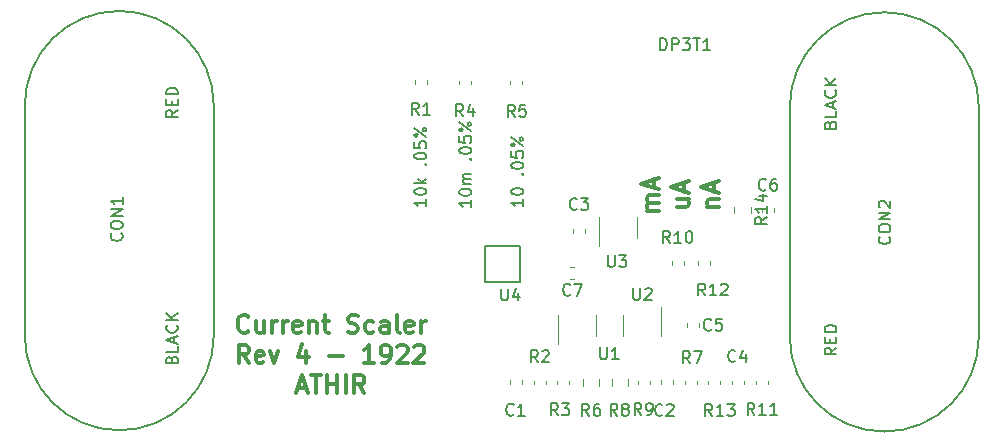
<source format=gto>
G04 #@! TF.GenerationSoftware,KiCad,Pcbnew,(5.1.0)-1*
G04 #@! TF.CreationDate,2019-05-30T16:04:32+02:00*
G04 #@! TF.ProjectId,currentscaler,63757272-656e-4747-9363-616c65722e6b,rev?*
G04 #@! TF.SameCoordinates,Original*
G04 #@! TF.FileFunction,Legend,Top*
G04 #@! TF.FilePolarity,Positive*
%FSLAX46Y46*%
G04 Gerber Fmt 4.6, Leading zero omitted, Abs format (unit mm)*
G04 Created by KiCad (PCBNEW (5.1.0)-1) date 2019-05-30 16:04:32*
%MOMM*%
%LPD*%
G04 APERTURE LIST*
%ADD10C,0.300000*%
%ADD11C,0.150000*%
%ADD12C,0.120000*%
G04 APERTURE END LIST*
D10*
X149128571Y-108285714D02*
X148128571Y-108285714D01*
X148271428Y-108285714D02*
X148200000Y-108214285D01*
X148128571Y-108071428D01*
X148128571Y-107857142D01*
X148200000Y-107714285D01*
X148342857Y-107642857D01*
X149128571Y-107642857D01*
X148342857Y-107642857D02*
X148200000Y-107571428D01*
X148128571Y-107428571D01*
X148128571Y-107214285D01*
X148200000Y-107071428D01*
X148342857Y-107000000D01*
X149128571Y-107000000D01*
X148700000Y-106357142D02*
X148700000Y-105642857D01*
X149128571Y-106500000D02*
X147628571Y-106000000D01*
X149128571Y-105500000D01*
X150678571Y-107321428D02*
X151678571Y-107321428D01*
X150678571Y-107964285D02*
X151464285Y-107964285D01*
X151607142Y-107892857D01*
X151678571Y-107750000D01*
X151678571Y-107535714D01*
X151607142Y-107392857D01*
X151535714Y-107321428D01*
X151250000Y-106678571D02*
X151250000Y-105964285D01*
X151678571Y-106821428D02*
X150178571Y-106321428D01*
X151678571Y-105821428D01*
X153228571Y-107964285D02*
X154228571Y-107964285D01*
X153371428Y-107964285D02*
X153300000Y-107892857D01*
X153228571Y-107750000D01*
X153228571Y-107535714D01*
X153300000Y-107392857D01*
X153442857Y-107321428D01*
X154228571Y-107321428D01*
X153800000Y-106678571D02*
X153800000Y-105964285D01*
X154228571Y-106821428D02*
X152728571Y-106321428D01*
X154228571Y-105821428D01*
X114400000Y-118485714D02*
X114328571Y-118557142D01*
X114114285Y-118628571D01*
X113971428Y-118628571D01*
X113757142Y-118557142D01*
X113614285Y-118414285D01*
X113542857Y-118271428D01*
X113471428Y-117985714D01*
X113471428Y-117771428D01*
X113542857Y-117485714D01*
X113614285Y-117342857D01*
X113757142Y-117200000D01*
X113971428Y-117128571D01*
X114114285Y-117128571D01*
X114328571Y-117200000D01*
X114400000Y-117271428D01*
X115685714Y-117628571D02*
X115685714Y-118628571D01*
X115042857Y-117628571D02*
X115042857Y-118414285D01*
X115114285Y-118557142D01*
X115257142Y-118628571D01*
X115471428Y-118628571D01*
X115614285Y-118557142D01*
X115685714Y-118485714D01*
X116400000Y-118628571D02*
X116400000Y-117628571D01*
X116400000Y-117914285D02*
X116471428Y-117771428D01*
X116542857Y-117700000D01*
X116685714Y-117628571D01*
X116828571Y-117628571D01*
X117328571Y-118628571D02*
X117328571Y-117628571D01*
X117328571Y-117914285D02*
X117400000Y-117771428D01*
X117471428Y-117700000D01*
X117614285Y-117628571D01*
X117757142Y-117628571D01*
X118828571Y-118557142D02*
X118685714Y-118628571D01*
X118400000Y-118628571D01*
X118257142Y-118557142D01*
X118185714Y-118414285D01*
X118185714Y-117842857D01*
X118257142Y-117700000D01*
X118400000Y-117628571D01*
X118685714Y-117628571D01*
X118828571Y-117700000D01*
X118900000Y-117842857D01*
X118900000Y-117985714D01*
X118185714Y-118128571D01*
X119542857Y-117628571D02*
X119542857Y-118628571D01*
X119542857Y-117771428D02*
X119614285Y-117700000D01*
X119757142Y-117628571D01*
X119971428Y-117628571D01*
X120114285Y-117700000D01*
X120185714Y-117842857D01*
X120185714Y-118628571D01*
X120685714Y-117628571D02*
X121257142Y-117628571D01*
X120900000Y-117128571D02*
X120900000Y-118414285D01*
X120971428Y-118557142D01*
X121114285Y-118628571D01*
X121257142Y-118628571D01*
X122828571Y-118557142D02*
X123042857Y-118628571D01*
X123400000Y-118628571D01*
X123542857Y-118557142D01*
X123614285Y-118485714D01*
X123685714Y-118342857D01*
X123685714Y-118200000D01*
X123614285Y-118057142D01*
X123542857Y-117985714D01*
X123400000Y-117914285D01*
X123114285Y-117842857D01*
X122971428Y-117771428D01*
X122900000Y-117700000D01*
X122828571Y-117557142D01*
X122828571Y-117414285D01*
X122900000Y-117271428D01*
X122971428Y-117200000D01*
X123114285Y-117128571D01*
X123471428Y-117128571D01*
X123685714Y-117200000D01*
X124971428Y-118557142D02*
X124828571Y-118628571D01*
X124542857Y-118628571D01*
X124400000Y-118557142D01*
X124328571Y-118485714D01*
X124257142Y-118342857D01*
X124257142Y-117914285D01*
X124328571Y-117771428D01*
X124400000Y-117700000D01*
X124542857Y-117628571D01*
X124828571Y-117628571D01*
X124971428Y-117700000D01*
X126257142Y-118628571D02*
X126257142Y-117842857D01*
X126185714Y-117700000D01*
X126042857Y-117628571D01*
X125757142Y-117628571D01*
X125614285Y-117700000D01*
X126257142Y-118557142D02*
X126114285Y-118628571D01*
X125757142Y-118628571D01*
X125614285Y-118557142D01*
X125542857Y-118414285D01*
X125542857Y-118271428D01*
X125614285Y-118128571D01*
X125757142Y-118057142D01*
X126114285Y-118057142D01*
X126257142Y-117985714D01*
X127185714Y-118628571D02*
X127042857Y-118557142D01*
X126971428Y-118414285D01*
X126971428Y-117128571D01*
X128328571Y-118557142D02*
X128185714Y-118628571D01*
X127900000Y-118628571D01*
X127757142Y-118557142D01*
X127685714Y-118414285D01*
X127685714Y-117842857D01*
X127757142Y-117700000D01*
X127900000Y-117628571D01*
X128185714Y-117628571D01*
X128328571Y-117700000D01*
X128400000Y-117842857D01*
X128400000Y-117985714D01*
X127685714Y-118128571D01*
X129042857Y-118628571D02*
X129042857Y-117628571D01*
X129042857Y-117914285D02*
X129114285Y-117771428D01*
X129185714Y-117700000D01*
X129328571Y-117628571D01*
X129471428Y-117628571D01*
X114435714Y-121178571D02*
X113935714Y-120464285D01*
X113578571Y-121178571D02*
X113578571Y-119678571D01*
X114150000Y-119678571D01*
X114292857Y-119750000D01*
X114364285Y-119821428D01*
X114435714Y-119964285D01*
X114435714Y-120178571D01*
X114364285Y-120321428D01*
X114292857Y-120392857D01*
X114150000Y-120464285D01*
X113578571Y-120464285D01*
X115650000Y-121107142D02*
X115507142Y-121178571D01*
X115221428Y-121178571D01*
X115078571Y-121107142D01*
X115007142Y-120964285D01*
X115007142Y-120392857D01*
X115078571Y-120250000D01*
X115221428Y-120178571D01*
X115507142Y-120178571D01*
X115650000Y-120250000D01*
X115721428Y-120392857D01*
X115721428Y-120535714D01*
X115007142Y-120678571D01*
X116221428Y-120178571D02*
X116578571Y-121178571D01*
X116935714Y-120178571D01*
X119292857Y-120178571D02*
X119292857Y-121178571D01*
X118935714Y-119607142D02*
X118578571Y-120678571D01*
X119507142Y-120678571D01*
X121221428Y-120607142D02*
X122364285Y-120607142D01*
X125007142Y-121178571D02*
X124150000Y-121178571D01*
X124578571Y-121178571D02*
X124578571Y-119678571D01*
X124435714Y-119892857D01*
X124292857Y-120035714D01*
X124150000Y-120107142D01*
X125721428Y-121178571D02*
X126007142Y-121178571D01*
X126150000Y-121107142D01*
X126221428Y-121035714D01*
X126364285Y-120821428D01*
X126435714Y-120535714D01*
X126435714Y-119964285D01*
X126364285Y-119821428D01*
X126292857Y-119750000D01*
X126150000Y-119678571D01*
X125864285Y-119678571D01*
X125721428Y-119750000D01*
X125650000Y-119821428D01*
X125578571Y-119964285D01*
X125578571Y-120321428D01*
X125650000Y-120464285D01*
X125721428Y-120535714D01*
X125864285Y-120607142D01*
X126150000Y-120607142D01*
X126292857Y-120535714D01*
X126364285Y-120464285D01*
X126435714Y-120321428D01*
X127007142Y-119821428D02*
X127078571Y-119750000D01*
X127221428Y-119678571D01*
X127578571Y-119678571D01*
X127721428Y-119750000D01*
X127792857Y-119821428D01*
X127864285Y-119964285D01*
X127864285Y-120107142D01*
X127792857Y-120321428D01*
X126935714Y-121178571D01*
X127864285Y-121178571D01*
X128435714Y-119821428D02*
X128507142Y-119750000D01*
X128650000Y-119678571D01*
X129007142Y-119678571D01*
X129150000Y-119750000D01*
X129221428Y-119821428D01*
X129292857Y-119964285D01*
X129292857Y-120107142D01*
X129221428Y-120321428D01*
X128364285Y-121178571D01*
X129292857Y-121178571D01*
X118578571Y-123300000D02*
X119292857Y-123300000D01*
X118435714Y-123728571D02*
X118935714Y-122228571D01*
X119435714Y-123728571D01*
X119721428Y-122228571D02*
X120578571Y-122228571D01*
X120150000Y-123728571D02*
X120150000Y-122228571D01*
X121078571Y-123728571D02*
X121078571Y-122228571D01*
X121078571Y-122942857D02*
X121935714Y-122942857D01*
X121935714Y-123728571D02*
X121935714Y-122228571D01*
X122650000Y-123728571D02*
X122650000Y-122228571D01*
X124221428Y-123728571D02*
X123721428Y-123014285D01*
X123364285Y-123728571D02*
X123364285Y-122228571D01*
X123935714Y-122228571D01*
X124078571Y-122300000D01*
X124150000Y-122371428D01*
X124221428Y-122514285D01*
X124221428Y-122728571D01*
X124150000Y-122871428D01*
X124078571Y-122942857D01*
X123935714Y-123014285D01*
X123364285Y-123014285D01*
D11*
X134404999Y-114330000D02*
X134394999Y-111320000D01*
X137404999Y-114330000D02*
X134404999Y-114330000D01*
X137404999Y-111320000D02*
X137404999Y-114330000D01*
X134394999Y-111320000D02*
X137404999Y-111320000D01*
D12*
X141975279Y-113090000D02*
X141649721Y-113090000D01*
X141975279Y-114110000D02*
X141649721Y-114110000D01*
X155490000Y-107953922D02*
X155490000Y-108471078D01*
X156910000Y-107953922D02*
X156910000Y-108471078D01*
X146560000Y-123108578D02*
X146560000Y-122591422D01*
X145140000Y-123108578D02*
X145140000Y-122591422D01*
X142690000Y-122591422D02*
X142690000Y-123108578D01*
X144110000Y-122591422D02*
X144110000Y-123108578D01*
D11*
X160230000Y-99500000D02*
X160230000Y-119000000D01*
X176230000Y-119000000D02*
X176230000Y-99500000D01*
X176230000Y-119000000D02*
G75*
G02X160230000Y-119000000I-8000000J0D01*
G01*
X160230000Y-99500000D02*
G75*
G02X176230000Y-99500000I8000000J0D01*
G01*
X111460000Y-118890000D02*
X111460000Y-99390000D01*
X95460000Y-99390000D02*
X95460000Y-118890000D01*
X95460000Y-99390000D02*
G75*
G02X111460000Y-99390000I8000000J0D01*
G01*
X111460000Y-118890000D02*
G75*
G02X95460000Y-118890000I-8000000J0D01*
G01*
D12*
X149340000Y-123000279D02*
X149340000Y-122674721D01*
X150360000Y-123000279D02*
X150360000Y-122674721D01*
X143860000Y-118900000D02*
X143860000Y-117100000D01*
X140640000Y-117100000D02*
X140640000Y-119550000D01*
X149360000Y-118900000D02*
X149360000Y-116450000D01*
X146140000Y-117100000D02*
X146140000Y-118900000D01*
X147260000Y-110650000D02*
X147260000Y-108850000D01*
X144040000Y-108850000D02*
X144040000Y-111300000D01*
X147340000Y-123012779D02*
X147340000Y-122687221D01*
X148360000Y-123012779D02*
X148360000Y-122687221D01*
X151260000Y-112587221D02*
X151260000Y-112912779D01*
X150240000Y-112587221D02*
X150240000Y-112912779D01*
X132240000Y-97287221D02*
X132240000Y-97612779D01*
X133260000Y-97287221D02*
X133260000Y-97612779D01*
X151340000Y-123012779D02*
X151340000Y-122687221D01*
X152360000Y-123012779D02*
X152360000Y-122687221D01*
X137560000Y-97287221D02*
X137560000Y-97612779D01*
X136540000Y-97287221D02*
X136540000Y-97612779D01*
X153340000Y-123012779D02*
X153340000Y-122687221D01*
X154360000Y-123012779D02*
X154360000Y-122687221D01*
X140490000Y-122687221D02*
X140490000Y-123012779D01*
X141510000Y-122687221D02*
X141510000Y-123012779D01*
X138540000Y-122687221D02*
X138540000Y-123012779D01*
X139560000Y-122687221D02*
X139560000Y-123012779D01*
X129510000Y-97247221D02*
X129510000Y-97572779D01*
X128490000Y-97247221D02*
X128490000Y-97572779D01*
X152490000Y-112912779D02*
X152490000Y-112587221D01*
X153510000Y-112912779D02*
X153510000Y-112587221D01*
X157890000Y-108087221D02*
X157890000Y-108412779D01*
X158910000Y-108087221D02*
X158910000Y-108412779D01*
X158360000Y-123012779D02*
X158360000Y-122687221D01*
X157340000Y-123012779D02*
X157340000Y-122687221D01*
X151490000Y-118162779D02*
X151490000Y-117837221D01*
X152510000Y-118162779D02*
X152510000Y-117837221D01*
X156360000Y-123012779D02*
X156360000Y-122687221D01*
X155340000Y-123012779D02*
X155340000Y-122687221D01*
X142910000Y-109837221D02*
X142910000Y-110162779D01*
X141890000Y-109837221D02*
X141890000Y-110162779D01*
X136540000Y-122674721D02*
X136540000Y-123000279D01*
X137560000Y-122674721D02*
X137560000Y-123000279D01*
D11*
X135783094Y-114902380D02*
X135783094Y-115711904D01*
X135830713Y-115807142D01*
X135878332Y-115854761D01*
X135973570Y-115902380D01*
X136164046Y-115902380D01*
X136259284Y-115854761D01*
X136306903Y-115807142D01*
X136354522Y-115711904D01*
X136354522Y-114902380D01*
X137259284Y-115235714D02*
X137259284Y-115902380D01*
X137021189Y-114854761D02*
X136783094Y-115569047D01*
X137402141Y-115569047D01*
X141645833Y-115387142D02*
X141598214Y-115434761D01*
X141455357Y-115482380D01*
X141360119Y-115482380D01*
X141217261Y-115434761D01*
X141122023Y-115339523D01*
X141074404Y-115244285D01*
X141026785Y-115053809D01*
X141026785Y-114910952D01*
X141074404Y-114720476D01*
X141122023Y-114625238D01*
X141217261Y-114530000D01*
X141360119Y-114482380D01*
X141455357Y-114482380D01*
X141598214Y-114530000D01*
X141645833Y-114577619D01*
X141979166Y-114482380D02*
X142645833Y-114482380D01*
X142217261Y-115482380D01*
X158302380Y-108855357D02*
X157826190Y-109188690D01*
X158302380Y-109426785D02*
X157302380Y-109426785D01*
X157302380Y-109045833D01*
X157350000Y-108950595D01*
X157397619Y-108902976D01*
X157492857Y-108855357D01*
X157635714Y-108855357D01*
X157730952Y-108902976D01*
X157778571Y-108950595D01*
X157826190Y-109045833D01*
X157826190Y-109426785D01*
X158302380Y-107902976D02*
X158302380Y-108474404D01*
X158302380Y-108188690D02*
X157302380Y-108188690D01*
X157445238Y-108283928D01*
X157540476Y-108379166D01*
X157588095Y-108474404D01*
X157635714Y-107045833D02*
X158302380Y-107045833D01*
X157254761Y-107283928D02*
X157969047Y-107522023D01*
X157969047Y-106902976D01*
X145633333Y-125652380D02*
X145300000Y-125176190D01*
X145061904Y-125652380D02*
X145061904Y-124652380D01*
X145442857Y-124652380D01*
X145538095Y-124700000D01*
X145585714Y-124747619D01*
X145633333Y-124842857D01*
X145633333Y-124985714D01*
X145585714Y-125080952D01*
X145538095Y-125128571D01*
X145442857Y-125176190D01*
X145061904Y-125176190D01*
X146204761Y-125080952D02*
X146109523Y-125033333D01*
X146061904Y-124985714D01*
X146014285Y-124890476D01*
X146014285Y-124842857D01*
X146061904Y-124747619D01*
X146109523Y-124700000D01*
X146204761Y-124652380D01*
X146395238Y-124652380D01*
X146490476Y-124700000D01*
X146538095Y-124747619D01*
X146585714Y-124842857D01*
X146585714Y-124890476D01*
X146538095Y-124985714D01*
X146490476Y-125033333D01*
X146395238Y-125080952D01*
X146204761Y-125080952D01*
X146109523Y-125128571D01*
X146061904Y-125176190D01*
X146014285Y-125271428D01*
X146014285Y-125461904D01*
X146061904Y-125557142D01*
X146109523Y-125604761D01*
X146204761Y-125652380D01*
X146395238Y-125652380D01*
X146490476Y-125604761D01*
X146538095Y-125557142D01*
X146585714Y-125461904D01*
X146585714Y-125271428D01*
X146538095Y-125176190D01*
X146490476Y-125128571D01*
X146395238Y-125080952D01*
X143233333Y-125652380D02*
X142900000Y-125176190D01*
X142661904Y-125652380D02*
X142661904Y-124652380D01*
X143042857Y-124652380D01*
X143138095Y-124700000D01*
X143185714Y-124747619D01*
X143233333Y-124842857D01*
X143233333Y-124985714D01*
X143185714Y-125080952D01*
X143138095Y-125128571D01*
X143042857Y-125176190D01*
X142661904Y-125176190D01*
X144090476Y-124652380D02*
X143900000Y-124652380D01*
X143804761Y-124700000D01*
X143757142Y-124747619D01*
X143661904Y-124890476D01*
X143614285Y-125080952D01*
X143614285Y-125461904D01*
X143661904Y-125557142D01*
X143709523Y-125604761D01*
X143804761Y-125652380D01*
X143995238Y-125652380D01*
X144090476Y-125604761D01*
X144138095Y-125557142D01*
X144185714Y-125461904D01*
X144185714Y-125223809D01*
X144138095Y-125128571D01*
X144090476Y-125080952D01*
X143995238Y-125033333D01*
X143804761Y-125033333D01*
X143709523Y-125080952D01*
X143661904Y-125128571D01*
X143614285Y-125223809D01*
X149254761Y-94702380D02*
X149254761Y-93702380D01*
X149492857Y-93702380D01*
X149635714Y-93750000D01*
X149730952Y-93845238D01*
X149778571Y-93940476D01*
X149826190Y-94130952D01*
X149826190Y-94273809D01*
X149778571Y-94464285D01*
X149730952Y-94559523D01*
X149635714Y-94654761D01*
X149492857Y-94702380D01*
X149254761Y-94702380D01*
X150254761Y-94702380D02*
X150254761Y-93702380D01*
X150635714Y-93702380D01*
X150730952Y-93750000D01*
X150778571Y-93797619D01*
X150826190Y-93892857D01*
X150826190Y-94035714D01*
X150778571Y-94130952D01*
X150730952Y-94178571D01*
X150635714Y-94226190D01*
X150254761Y-94226190D01*
X151159523Y-93702380D02*
X151778571Y-93702380D01*
X151445238Y-94083333D01*
X151588095Y-94083333D01*
X151683333Y-94130952D01*
X151730952Y-94178571D01*
X151778571Y-94273809D01*
X151778571Y-94511904D01*
X151730952Y-94607142D01*
X151683333Y-94654761D01*
X151588095Y-94702380D01*
X151302380Y-94702380D01*
X151207142Y-94654761D01*
X151159523Y-94607142D01*
X152064285Y-93702380D02*
X152635714Y-93702380D01*
X152350000Y-94702380D02*
X152350000Y-93702380D01*
X153492857Y-94702380D02*
X152921428Y-94702380D01*
X153207142Y-94702380D02*
X153207142Y-93702380D01*
X153111904Y-93845238D01*
X153016666Y-93940476D01*
X152921428Y-93988095D01*
X168657142Y-110504285D02*
X168704761Y-110551904D01*
X168752380Y-110694761D01*
X168752380Y-110790000D01*
X168704761Y-110932857D01*
X168609523Y-111028095D01*
X168514285Y-111075714D01*
X168323809Y-111123333D01*
X168180952Y-111123333D01*
X167990476Y-111075714D01*
X167895238Y-111028095D01*
X167800000Y-110932857D01*
X167752380Y-110790000D01*
X167752380Y-110694761D01*
X167800000Y-110551904D01*
X167847619Y-110504285D01*
X167752380Y-109885238D02*
X167752380Y-109694761D01*
X167800000Y-109599523D01*
X167895238Y-109504285D01*
X168085714Y-109456666D01*
X168419047Y-109456666D01*
X168609523Y-109504285D01*
X168704761Y-109599523D01*
X168752380Y-109694761D01*
X168752380Y-109885238D01*
X168704761Y-109980476D01*
X168609523Y-110075714D01*
X168419047Y-110123333D01*
X168085714Y-110123333D01*
X167895238Y-110075714D01*
X167800000Y-109980476D01*
X167752380Y-109885238D01*
X168752380Y-109028095D02*
X167752380Y-109028095D01*
X168752380Y-108456666D01*
X167752380Y-108456666D01*
X167847619Y-108028095D02*
X167800000Y-107980476D01*
X167752380Y-107885238D01*
X167752380Y-107647142D01*
X167800000Y-107551904D01*
X167847619Y-107504285D01*
X167942857Y-107456666D01*
X168038095Y-107456666D01*
X168180952Y-107504285D01*
X168752380Y-108075714D01*
X168752380Y-107456666D01*
X163658571Y-101011904D02*
X163706190Y-100869047D01*
X163753809Y-100821428D01*
X163849047Y-100773809D01*
X163991904Y-100773809D01*
X164087142Y-100821428D01*
X164134761Y-100869047D01*
X164182380Y-100964285D01*
X164182380Y-101345238D01*
X163182380Y-101345238D01*
X163182380Y-101011904D01*
X163230000Y-100916666D01*
X163277619Y-100869047D01*
X163372857Y-100821428D01*
X163468095Y-100821428D01*
X163563333Y-100869047D01*
X163610952Y-100916666D01*
X163658571Y-101011904D01*
X163658571Y-101345238D01*
X164182380Y-99869047D02*
X164182380Y-100345238D01*
X163182380Y-100345238D01*
X163896666Y-99583333D02*
X163896666Y-99107142D01*
X164182380Y-99678571D02*
X163182380Y-99345238D01*
X164182380Y-99011904D01*
X164087142Y-98107142D02*
X164134761Y-98154761D01*
X164182380Y-98297619D01*
X164182380Y-98392857D01*
X164134761Y-98535714D01*
X164039523Y-98630952D01*
X163944285Y-98678571D01*
X163753809Y-98726190D01*
X163610952Y-98726190D01*
X163420476Y-98678571D01*
X163325238Y-98630952D01*
X163230000Y-98535714D01*
X163182380Y-98392857D01*
X163182380Y-98297619D01*
X163230000Y-98154761D01*
X163277619Y-98107142D01*
X164182380Y-97678571D02*
X163182380Y-97678571D01*
X164182380Y-97107142D02*
X163610952Y-97535714D01*
X163182380Y-97107142D02*
X163753809Y-97678571D01*
X164182380Y-119892857D02*
X163706190Y-120226190D01*
X164182380Y-120464285D02*
X163182380Y-120464285D01*
X163182380Y-120083333D01*
X163230000Y-119988095D01*
X163277619Y-119940476D01*
X163372857Y-119892857D01*
X163515714Y-119892857D01*
X163610952Y-119940476D01*
X163658571Y-119988095D01*
X163706190Y-120083333D01*
X163706190Y-120464285D01*
X163658571Y-119464285D02*
X163658571Y-119130952D01*
X164182380Y-118988095D02*
X164182380Y-119464285D01*
X163182380Y-119464285D01*
X163182380Y-118988095D01*
X164182380Y-118559523D02*
X163182380Y-118559523D01*
X163182380Y-118321428D01*
X163230000Y-118178571D01*
X163325238Y-118083333D01*
X163420476Y-118035714D01*
X163610952Y-117988095D01*
X163753809Y-117988095D01*
X163944285Y-118035714D01*
X164039523Y-118083333D01*
X164134761Y-118178571D01*
X164182380Y-118321428D01*
X164182380Y-118559523D01*
X103647142Y-110224285D02*
X103694761Y-110271904D01*
X103742380Y-110414761D01*
X103742380Y-110510000D01*
X103694761Y-110652857D01*
X103599523Y-110748095D01*
X103504285Y-110795714D01*
X103313809Y-110843333D01*
X103170952Y-110843333D01*
X102980476Y-110795714D01*
X102885238Y-110748095D01*
X102790000Y-110652857D01*
X102742380Y-110510000D01*
X102742380Y-110414761D01*
X102790000Y-110271904D01*
X102837619Y-110224285D01*
X102742380Y-109605238D02*
X102742380Y-109414761D01*
X102790000Y-109319523D01*
X102885238Y-109224285D01*
X103075714Y-109176666D01*
X103409047Y-109176666D01*
X103599523Y-109224285D01*
X103694761Y-109319523D01*
X103742380Y-109414761D01*
X103742380Y-109605238D01*
X103694761Y-109700476D01*
X103599523Y-109795714D01*
X103409047Y-109843333D01*
X103075714Y-109843333D01*
X102885238Y-109795714D01*
X102790000Y-109700476D01*
X102742380Y-109605238D01*
X103742380Y-108748095D02*
X102742380Y-108748095D01*
X103742380Y-108176666D01*
X102742380Y-108176666D01*
X103742380Y-107176666D02*
X103742380Y-107748095D01*
X103742380Y-107462380D02*
X102742380Y-107462380D01*
X102885238Y-107557619D01*
X102980476Y-107652857D01*
X103028095Y-107748095D01*
X107888571Y-120901904D02*
X107936190Y-120759047D01*
X107983809Y-120711428D01*
X108079047Y-120663809D01*
X108221904Y-120663809D01*
X108317142Y-120711428D01*
X108364761Y-120759047D01*
X108412380Y-120854285D01*
X108412380Y-121235238D01*
X107412380Y-121235238D01*
X107412380Y-120901904D01*
X107460000Y-120806666D01*
X107507619Y-120759047D01*
X107602857Y-120711428D01*
X107698095Y-120711428D01*
X107793333Y-120759047D01*
X107840952Y-120806666D01*
X107888571Y-120901904D01*
X107888571Y-121235238D01*
X108412380Y-119759047D02*
X108412380Y-120235238D01*
X107412380Y-120235238D01*
X108126666Y-119473333D02*
X108126666Y-118997142D01*
X108412380Y-119568571D02*
X107412380Y-119235238D01*
X108412380Y-118901904D01*
X108317142Y-117997142D02*
X108364761Y-118044761D01*
X108412380Y-118187619D01*
X108412380Y-118282857D01*
X108364761Y-118425714D01*
X108269523Y-118520952D01*
X108174285Y-118568571D01*
X107983809Y-118616190D01*
X107840952Y-118616190D01*
X107650476Y-118568571D01*
X107555238Y-118520952D01*
X107460000Y-118425714D01*
X107412380Y-118282857D01*
X107412380Y-118187619D01*
X107460000Y-118044761D01*
X107507619Y-117997142D01*
X108412380Y-117568571D02*
X107412380Y-117568571D01*
X108412380Y-116997142D02*
X107840952Y-117425714D01*
X107412380Y-116997142D02*
X107983809Y-117568571D01*
X108412380Y-99782857D02*
X107936190Y-100116190D01*
X108412380Y-100354285D02*
X107412380Y-100354285D01*
X107412380Y-99973333D01*
X107460000Y-99878095D01*
X107507619Y-99830476D01*
X107602857Y-99782857D01*
X107745714Y-99782857D01*
X107840952Y-99830476D01*
X107888571Y-99878095D01*
X107936190Y-99973333D01*
X107936190Y-100354285D01*
X107888571Y-99354285D02*
X107888571Y-99020952D01*
X108412380Y-98878095D02*
X108412380Y-99354285D01*
X107412380Y-99354285D01*
X107412380Y-98878095D01*
X108412380Y-98449523D02*
X107412380Y-98449523D01*
X107412380Y-98211428D01*
X107460000Y-98068571D01*
X107555238Y-97973333D01*
X107650476Y-97925714D01*
X107840952Y-97878095D01*
X107983809Y-97878095D01*
X108174285Y-97925714D01*
X108269523Y-97973333D01*
X108364761Y-98068571D01*
X108412380Y-98211428D01*
X108412380Y-98449523D01*
X149433333Y-125577142D02*
X149385714Y-125624761D01*
X149242857Y-125672380D01*
X149147619Y-125672380D01*
X149004761Y-125624761D01*
X148909523Y-125529523D01*
X148861904Y-125434285D01*
X148814285Y-125243809D01*
X148814285Y-125100952D01*
X148861904Y-124910476D01*
X148909523Y-124815238D01*
X149004761Y-124720000D01*
X149147619Y-124672380D01*
X149242857Y-124672380D01*
X149385714Y-124720000D01*
X149433333Y-124767619D01*
X149814285Y-124767619D02*
X149861904Y-124720000D01*
X149957142Y-124672380D01*
X150195238Y-124672380D01*
X150290476Y-124720000D01*
X150338095Y-124767619D01*
X150385714Y-124862857D01*
X150385714Y-124958095D01*
X150338095Y-125100952D01*
X149766666Y-125672380D01*
X150385714Y-125672380D01*
X144158095Y-119872380D02*
X144158095Y-120681904D01*
X144205714Y-120777142D01*
X144253333Y-120824761D01*
X144348571Y-120872380D01*
X144539047Y-120872380D01*
X144634285Y-120824761D01*
X144681904Y-120777142D01*
X144729523Y-120681904D01*
X144729523Y-119872380D01*
X145729523Y-120872380D02*
X145158095Y-120872380D01*
X145443809Y-120872380D02*
X145443809Y-119872380D01*
X145348571Y-120015238D01*
X145253333Y-120110476D01*
X145158095Y-120158095D01*
X146968095Y-114842380D02*
X146968095Y-115651904D01*
X147015714Y-115747142D01*
X147063333Y-115794761D01*
X147158571Y-115842380D01*
X147349047Y-115842380D01*
X147444285Y-115794761D01*
X147491904Y-115747142D01*
X147539523Y-115651904D01*
X147539523Y-114842380D01*
X147968095Y-114937619D02*
X148015714Y-114890000D01*
X148110952Y-114842380D01*
X148349047Y-114842380D01*
X148444285Y-114890000D01*
X148491904Y-114937619D01*
X148539523Y-115032857D01*
X148539523Y-115128095D01*
X148491904Y-115270952D01*
X147920476Y-115842380D01*
X148539523Y-115842380D01*
X144828095Y-112072380D02*
X144828095Y-112881904D01*
X144875714Y-112977142D01*
X144923333Y-113024761D01*
X145018571Y-113072380D01*
X145209047Y-113072380D01*
X145304285Y-113024761D01*
X145351904Y-112977142D01*
X145399523Y-112881904D01*
X145399523Y-112072380D01*
X145780476Y-112072380D02*
X146399523Y-112072380D01*
X146066190Y-112453333D01*
X146209047Y-112453333D01*
X146304285Y-112500952D01*
X146351904Y-112548571D01*
X146399523Y-112643809D01*
X146399523Y-112881904D01*
X146351904Y-112977142D01*
X146304285Y-113024761D01*
X146209047Y-113072380D01*
X145923333Y-113072380D01*
X145828095Y-113024761D01*
X145780476Y-112977142D01*
X147663333Y-125602380D02*
X147330000Y-125126190D01*
X147091904Y-125602380D02*
X147091904Y-124602380D01*
X147472857Y-124602380D01*
X147568095Y-124650000D01*
X147615714Y-124697619D01*
X147663333Y-124792857D01*
X147663333Y-124935714D01*
X147615714Y-125030952D01*
X147568095Y-125078571D01*
X147472857Y-125126190D01*
X147091904Y-125126190D01*
X148139523Y-125602380D02*
X148330000Y-125602380D01*
X148425238Y-125554761D01*
X148472857Y-125507142D01*
X148568095Y-125364285D01*
X148615714Y-125173809D01*
X148615714Y-124792857D01*
X148568095Y-124697619D01*
X148520476Y-124650000D01*
X148425238Y-124602380D01*
X148234761Y-124602380D01*
X148139523Y-124650000D01*
X148091904Y-124697619D01*
X148044285Y-124792857D01*
X148044285Y-125030952D01*
X148091904Y-125126190D01*
X148139523Y-125173809D01*
X148234761Y-125221428D01*
X148425238Y-125221428D01*
X148520476Y-125173809D01*
X148568095Y-125126190D01*
X148615714Y-125030952D01*
X150087142Y-111032380D02*
X149753809Y-110556190D01*
X149515714Y-111032380D02*
X149515714Y-110032380D01*
X149896666Y-110032380D01*
X149991904Y-110080000D01*
X150039523Y-110127619D01*
X150087142Y-110222857D01*
X150087142Y-110365714D01*
X150039523Y-110460952D01*
X149991904Y-110508571D01*
X149896666Y-110556190D01*
X149515714Y-110556190D01*
X151039523Y-111032380D02*
X150468095Y-111032380D01*
X150753809Y-111032380D02*
X150753809Y-110032380D01*
X150658571Y-110175238D01*
X150563333Y-110270476D01*
X150468095Y-110318095D01*
X151658571Y-110032380D02*
X151753809Y-110032380D01*
X151849047Y-110080000D01*
X151896666Y-110127619D01*
X151944285Y-110222857D01*
X151991904Y-110413333D01*
X151991904Y-110651428D01*
X151944285Y-110841904D01*
X151896666Y-110937142D01*
X151849047Y-110984761D01*
X151753809Y-111032380D01*
X151658571Y-111032380D01*
X151563333Y-110984761D01*
X151515714Y-110937142D01*
X151468095Y-110841904D01*
X151420476Y-110651428D01*
X151420476Y-110413333D01*
X151468095Y-110222857D01*
X151515714Y-110127619D01*
X151563333Y-110080000D01*
X151658571Y-110032380D01*
X132573333Y-100302380D02*
X132240000Y-99826190D01*
X132001904Y-100302380D02*
X132001904Y-99302380D01*
X132382857Y-99302380D01*
X132478095Y-99350000D01*
X132525714Y-99397619D01*
X132573333Y-99492857D01*
X132573333Y-99635714D01*
X132525714Y-99730952D01*
X132478095Y-99778571D01*
X132382857Y-99826190D01*
X132001904Y-99826190D01*
X133430476Y-99635714D02*
X133430476Y-100302380D01*
X133192380Y-99254761D02*
X132954285Y-99969047D01*
X133573333Y-99969047D01*
X133252380Y-107400000D02*
X133252380Y-107971428D01*
X133252380Y-107685714D02*
X132252380Y-107685714D01*
X132395238Y-107780952D01*
X132490476Y-107876190D01*
X132538095Y-107971428D01*
X132252380Y-106780952D02*
X132252380Y-106685714D01*
X132300000Y-106590476D01*
X132347619Y-106542857D01*
X132442857Y-106495238D01*
X132633333Y-106447619D01*
X132871428Y-106447619D01*
X133061904Y-106495238D01*
X133157142Y-106542857D01*
X133204761Y-106590476D01*
X133252380Y-106685714D01*
X133252380Y-106780952D01*
X133204761Y-106876190D01*
X133157142Y-106923809D01*
X133061904Y-106971428D01*
X132871428Y-107019047D01*
X132633333Y-107019047D01*
X132442857Y-106971428D01*
X132347619Y-106923809D01*
X132300000Y-106876190D01*
X132252380Y-106780952D01*
X133252380Y-106019047D02*
X132585714Y-106019047D01*
X132680952Y-106019047D02*
X132633333Y-105971428D01*
X132585714Y-105876190D01*
X132585714Y-105733333D01*
X132633333Y-105638095D01*
X132728571Y-105590476D01*
X133252380Y-105590476D01*
X132728571Y-105590476D02*
X132633333Y-105542857D01*
X132585714Y-105447619D01*
X132585714Y-105304761D01*
X132633333Y-105209523D01*
X132728571Y-105161904D01*
X133252380Y-105161904D01*
X133157142Y-103923809D02*
X133204761Y-103876190D01*
X133252380Y-103923809D01*
X133204761Y-103971428D01*
X133157142Y-103923809D01*
X133252380Y-103923809D01*
X132252380Y-103257142D02*
X132252380Y-103161904D01*
X132300000Y-103066666D01*
X132347619Y-103019047D01*
X132442857Y-102971428D01*
X132633333Y-102923809D01*
X132871428Y-102923809D01*
X133061904Y-102971428D01*
X133157142Y-103019047D01*
X133204761Y-103066666D01*
X133252380Y-103161904D01*
X133252380Y-103257142D01*
X133204761Y-103352380D01*
X133157142Y-103400000D01*
X133061904Y-103447619D01*
X132871428Y-103495238D01*
X132633333Y-103495238D01*
X132442857Y-103447619D01*
X132347619Y-103400000D01*
X132300000Y-103352380D01*
X132252380Y-103257142D01*
X132252380Y-102019047D02*
X132252380Y-102495238D01*
X132728571Y-102542857D01*
X132680952Y-102495238D01*
X132633333Y-102400000D01*
X132633333Y-102161904D01*
X132680952Y-102066666D01*
X132728571Y-102019047D01*
X132823809Y-101971428D01*
X133061904Y-101971428D01*
X133157142Y-102019047D01*
X133204761Y-102066666D01*
X133252380Y-102161904D01*
X133252380Y-102400000D01*
X133204761Y-102495238D01*
X133157142Y-102542857D01*
X133252380Y-101590476D02*
X132252380Y-100828571D01*
X132252380Y-101447619D02*
X132300000Y-101352380D01*
X132395238Y-101304761D01*
X132490476Y-101352380D01*
X132538095Y-101447619D01*
X132490476Y-101542857D01*
X132395238Y-101590476D01*
X132300000Y-101542857D01*
X132252380Y-101447619D01*
X133204761Y-100876190D02*
X133109523Y-100828571D01*
X133014285Y-100876190D01*
X132966666Y-100971428D01*
X133014285Y-101066666D01*
X133109523Y-101114285D01*
X133204761Y-101066666D01*
X133252380Y-100971428D01*
X133204761Y-100876190D01*
X151773333Y-121212380D02*
X151440000Y-120736190D01*
X151201904Y-121212380D02*
X151201904Y-120212380D01*
X151582857Y-120212380D01*
X151678095Y-120260000D01*
X151725714Y-120307619D01*
X151773333Y-120402857D01*
X151773333Y-120545714D01*
X151725714Y-120640952D01*
X151678095Y-120688571D01*
X151582857Y-120736190D01*
X151201904Y-120736190D01*
X152106666Y-120212380D02*
X152773333Y-120212380D01*
X152344761Y-121212380D01*
X136933333Y-100342380D02*
X136600000Y-99866190D01*
X136361904Y-100342380D02*
X136361904Y-99342380D01*
X136742857Y-99342380D01*
X136838095Y-99390000D01*
X136885714Y-99437619D01*
X136933333Y-99532857D01*
X136933333Y-99675714D01*
X136885714Y-99770952D01*
X136838095Y-99818571D01*
X136742857Y-99866190D01*
X136361904Y-99866190D01*
X137838095Y-99342380D02*
X137361904Y-99342380D01*
X137314285Y-99818571D01*
X137361904Y-99770952D01*
X137457142Y-99723333D01*
X137695238Y-99723333D01*
X137790476Y-99770952D01*
X137838095Y-99818571D01*
X137885714Y-99913809D01*
X137885714Y-100151904D01*
X137838095Y-100247142D01*
X137790476Y-100294761D01*
X137695238Y-100342380D01*
X137457142Y-100342380D01*
X137361904Y-100294761D01*
X137314285Y-100247142D01*
X137652380Y-107333333D02*
X137652380Y-107904761D01*
X137652380Y-107619047D02*
X136652380Y-107619047D01*
X136795238Y-107714285D01*
X136890476Y-107809523D01*
X136938095Y-107904761D01*
X136652380Y-106714285D02*
X136652380Y-106619047D01*
X136700000Y-106523809D01*
X136747619Y-106476190D01*
X136842857Y-106428571D01*
X137033333Y-106380952D01*
X137271428Y-106380952D01*
X137461904Y-106428571D01*
X137557142Y-106476190D01*
X137604761Y-106523809D01*
X137652380Y-106619047D01*
X137652380Y-106714285D01*
X137604761Y-106809523D01*
X137557142Y-106857142D01*
X137461904Y-106904761D01*
X137271428Y-106952380D01*
X137033333Y-106952380D01*
X136842857Y-106904761D01*
X136747619Y-106857142D01*
X136700000Y-106809523D01*
X136652380Y-106714285D01*
X137557142Y-105190476D02*
X137604761Y-105142857D01*
X137652380Y-105190476D01*
X137604761Y-105238095D01*
X137557142Y-105190476D01*
X137652380Y-105190476D01*
X136652380Y-104523809D02*
X136652380Y-104428571D01*
X136700000Y-104333333D01*
X136747619Y-104285714D01*
X136842857Y-104238095D01*
X137033333Y-104190476D01*
X137271428Y-104190476D01*
X137461904Y-104238095D01*
X137557142Y-104285714D01*
X137604761Y-104333333D01*
X137652380Y-104428571D01*
X137652380Y-104523809D01*
X137604761Y-104619047D01*
X137557142Y-104666666D01*
X137461904Y-104714285D01*
X137271428Y-104761904D01*
X137033333Y-104761904D01*
X136842857Y-104714285D01*
X136747619Y-104666666D01*
X136700000Y-104619047D01*
X136652380Y-104523809D01*
X136652380Y-103285714D02*
X136652380Y-103761904D01*
X137128571Y-103809523D01*
X137080952Y-103761904D01*
X137033333Y-103666666D01*
X137033333Y-103428571D01*
X137080952Y-103333333D01*
X137128571Y-103285714D01*
X137223809Y-103238095D01*
X137461904Y-103238095D01*
X137557142Y-103285714D01*
X137604761Y-103333333D01*
X137652380Y-103428571D01*
X137652380Y-103666666D01*
X137604761Y-103761904D01*
X137557142Y-103809523D01*
X137652380Y-102857142D02*
X136652380Y-102095238D01*
X136652380Y-102714285D02*
X136700000Y-102619047D01*
X136795238Y-102571428D01*
X136890476Y-102619047D01*
X136938095Y-102714285D01*
X136890476Y-102809523D01*
X136795238Y-102857142D01*
X136700000Y-102809523D01*
X136652380Y-102714285D01*
X137604761Y-102142857D02*
X137509523Y-102095238D01*
X137414285Y-102142857D01*
X137366666Y-102238095D01*
X137414285Y-102333333D01*
X137509523Y-102380952D01*
X137604761Y-102333333D01*
X137652380Y-102238095D01*
X137604761Y-102142857D01*
X153657142Y-125672380D02*
X153323809Y-125196190D01*
X153085714Y-125672380D02*
X153085714Y-124672380D01*
X153466666Y-124672380D01*
X153561904Y-124720000D01*
X153609523Y-124767619D01*
X153657142Y-124862857D01*
X153657142Y-125005714D01*
X153609523Y-125100952D01*
X153561904Y-125148571D01*
X153466666Y-125196190D01*
X153085714Y-125196190D01*
X154609523Y-125672380D02*
X154038095Y-125672380D01*
X154323809Y-125672380D02*
X154323809Y-124672380D01*
X154228571Y-124815238D01*
X154133333Y-124910476D01*
X154038095Y-124958095D01*
X154942857Y-124672380D02*
X155561904Y-124672380D01*
X155228571Y-125053333D01*
X155371428Y-125053333D01*
X155466666Y-125100952D01*
X155514285Y-125148571D01*
X155561904Y-125243809D01*
X155561904Y-125481904D01*
X155514285Y-125577142D01*
X155466666Y-125624761D01*
X155371428Y-125672380D01*
X155085714Y-125672380D01*
X154990476Y-125624761D01*
X154942857Y-125577142D01*
X140603333Y-125622380D02*
X140270000Y-125146190D01*
X140031904Y-125622380D02*
X140031904Y-124622380D01*
X140412857Y-124622380D01*
X140508095Y-124670000D01*
X140555714Y-124717619D01*
X140603333Y-124812857D01*
X140603333Y-124955714D01*
X140555714Y-125050952D01*
X140508095Y-125098571D01*
X140412857Y-125146190D01*
X140031904Y-125146190D01*
X140936666Y-124622380D02*
X141555714Y-124622380D01*
X141222380Y-125003333D01*
X141365238Y-125003333D01*
X141460476Y-125050952D01*
X141508095Y-125098571D01*
X141555714Y-125193809D01*
X141555714Y-125431904D01*
X141508095Y-125527142D01*
X141460476Y-125574761D01*
X141365238Y-125622380D01*
X141079523Y-125622380D01*
X140984285Y-125574761D01*
X140936666Y-125527142D01*
X138893333Y-121122380D02*
X138560000Y-120646190D01*
X138321904Y-121122380D02*
X138321904Y-120122380D01*
X138702857Y-120122380D01*
X138798095Y-120170000D01*
X138845714Y-120217619D01*
X138893333Y-120312857D01*
X138893333Y-120455714D01*
X138845714Y-120550952D01*
X138798095Y-120598571D01*
X138702857Y-120646190D01*
X138321904Y-120646190D01*
X139274285Y-120217619D02*
X139321904Y-120170000D01*
X139417142Y-120122380D01*
X139655238Y-120122380D01*
X139750476Y-120170000D01*
X139798095Y-120217619D01*
X139845714Y-120312857D01*
X139845714Y-120408095D01*
X139798095Y-120550952D01*
X139226666Y-121122380D01*
X139845714Y-121122380D01*
X128813333Y-100162380D02*
X128480000Y-99686190D01*
X128241904Y-100162380D02*
X128241904Y-99162380D01*
X128622857Y-99162380D01*
X128718095Y-99210000D01*
X128765714Y-99257619D01*
X128813333Y-99352857D01*
X128813333Y-99495714D01*
X128765714Y-99590952D01*
X128718095Y-99638571D01*
X128622857Y-99686190D01*
X128241904Y-99686190D01*
X129765714Y-100162380D02*
X129194285Y-100162380D01*
X129480000Y-100162380D02*
X129480000Y-99162380D01*
X129384761Y-99305238D01*
X129289523Y-99400476D01*
X129194285Y-99448095D01*
X129452380Y-107338095D02*
X129452380Y-107909523D01*
X129452380Y-107623809D02*
X128452380Y-107623809D01*
X128595238Y-107719047D01*
X128690476Y-107814285D01*
X128738095Y-107909523D01*
X128452380Y-106719047D02*
X128452380Y-106623809D01*
X128500000Y-106528571D01*
X128547619Y-106480952D01*
X128642857Y-106433333D01*
X128833333Y-106385714D01*
X129071428Y-106385714D01*
X129261904Y-106433333D01*
X129357142Y-106480952D01*
X129404761Y-106528571D01*
X129452380Y-106623809D01*
X129452380Y-106719047D01*
X129404761Y-106814285D01*
X129357142Y-106861904D01*
X129261904Y-106909523D01*
X129071428Y-106957142D01*
X128833333Y-106957142D01*
X128642857Y-106909523D01*
X128547619Y-106861904D01*
X128500000Y-106814285D01*
X128452380Y-106719047D01*
X129452380Y-105957142D02*
X128452380Y-105957142D01*
X129071428Y-105861904D02*
X129452380Y-105576190D01*
X128785714Y-105576190D02*
X129166666Y-105957142D01*
X129357142Y-104385714D02*
X129404761Y-104338095D01*
X129452380Y-104385714D01*
X129404761Y-104433333D01*
X129357142Y-104385714D01*
X129452380Y-104385714D01*
X128452380Y-103719047D02*
X128452380Y-103623809D01*
X128500000Y-103528571D01*
X128547619Y-103480952D01*
X128642857Y-103433333D01*
X128833333Y-103385714D01*
X129071428Y-103385714D01*
X129261904Y-103433333D01*
X129357142Y-103480952D01*
X129404761Y-103528571D01*
X129452380Y-103623809D01*
X129452380Y-103719047D01*
X129404761Y-103814285D01*
X129357142Y-103861904D01*
X129261904Y-103909523D01*
X129071428Y-103957142D01*
X128833333Y-103957142D01*
X128642857Y-103909523D01*
X128547619Y-103861904D01*
X128500000Y-103814285D01*
X128452380Y-103719047D01*
X128452380Y-102480952D02*
X128452380Y-102957142D01*
X128928571Y-103004761D01*
X128880952Y-102957142D01*
X128833333Y-102861904D01*
X128833333Y-102623809D01*
X128880952Y-102528571D01*
X128928571Y-102480952D01*
X129023809Y-102433333D01*
X129261904Y-102433333D01*
X129357142Y-102480952D01*
X129404761Y-102528571D01*
X129452380Y-102623809D01*
X129452380Y-102861904D01*
X129404761Y-102957142D01*
X129357142Y-103004761D01*
X129452380Y-102052380D02*
X128452380Y-101290476D01*
X128452380Y-101909523D02*
X128500000Y-101814285D01*
X128595238Y-101766666D01*
X128690476Y-101814285D01*
X128738095Y-101909523D01*
X128690476Y-102004761D01*
X128595238Y-102052380D01*
X128500000Y-102004761D01*
X128452380Y-101909523D01*
X129404761Y-101338095D02*
X129309523Y-101290476D01*
X129214285Y-101338095D01*
X129166666Y-101433333D01*
X129214285Y-101528571D01*
X129309523Y-101576190D01*
X129404761Y-101528571D01*
X129452380Y-101433333D01*
X129404761Y-101338095D01*
X153067142Y-115472380D02*
X152733809Y-114996190D01*
X152495714Y-115472380D02*
X152495714Y-114472380D01*
X152876666Y-114472380D01*
X152971904Y-114520000D01*
X153019523Y-114567619D01*
X153067142Y-114662857D01*
X153067142Y-114805714D01*
X153019523Y-114900952D01*
X152971904Y-114948571D01*
X152876666Y-114996190D01*
X152495714Y-114996190D01*
X154019523Y-115472380D02*
X153448095Y-115472380D01*
X153733809Y-115472380D02*
X153733809Y-114472380D01*
X153638571Y-114615238D01*
X153543333Y-114710476D01*
X153448095Y-114758095D01*
X154400476Y-114567619D02*
X154448095Y-114520000D01*
X154543333Y-114472380D01*
X154781428Y-114472380D01*
X154876666Y-114520000D01*
X154924285Y-114567619D01*
X154971904Y-114662857D01*
X154971904Y-114758095D01*
X154924285Y-114900952D01*
X154352857Y-115472380D01*
X154971904Y-115472380D01*
X158213333Y-106497142D02*
X158165714Y-106544761D01*
X158022857Y-106592380D01*
X157927619Y-106592380D01*
X157784761Y-106544761D01*
X157689523Y-106449523D01*
X157641904Y-106354285D01*
X157594285Y-106163809D01*
X157594285Y-106020952D01*
X157641904Y-105830476D01*
X157689523Y-105735238D01*
X157784761Y-105640000D01*
X157927619Y-105592380D01*
X158022857Y-105592380D01*
X158165714Y-105640000D01*
X158213333Y-105687619D01*
X159070476Y-105592380D02*
X158880000Y-105592380D01*
X158784761Y-105640000D01*
X158737142Y-105687619D01*
X158641904Y-105830476D01*
X158594285Y-106020952D01*
X158594285Y-106401904D01*
X158641904Y-106497142D01*
X158689523Y-106544761D01*
X158784761Y-106592380D01*
X158975238Y-106592380D01*
X159070476Y-106544761D01*
X159118095Y-106497142D01*
X159165714Y-106401904D01*
X159165714Y-106163809D01*
X159118095Y-106068571D01*
X159070476Y-106020952D01*
X158975238Y-105973333D01*
X158784761Y-105973333D01*
X158689523Y-106020952D01*
X158641904Y-106068571D01*
X158594285Y-106163809D01*
X157237142Y-125582380D02*
X156903809Y-125106190D01*
X156665714Y-125582380D02*
X156665714Y-124582380D01*
X157046666Y-124582380D01*
X157141904Y-124630000D01*
X157189523Y-124677619D01*
X157237142Y-124772857D01*
X157237142Y-124915714D01*
X157189523Y-125010952D01*
X157141904Y-125058571D01*
X157046666Y-125106190D01*
X156665714Y-125106190D01*
X158189523Y-125582380D02*
X157618095Y-125582380D01*
X157903809Y-125582380D02*
X157903809Y-124582380D01*
X157808571Y-124725238D01*
X157713333Y-124820476D01*
X157618095Y-124868095D01*
X159141904Y-125582380D02*
X158570476Y-125582380D01*
X158856190Y-125582380D02*
X158856190Y-124582380D01*
X158760952Y-124725238D01*
X158665714Y-124820476D01*
X158570476Y-124868095D01*
X153573333Y-118357142D02*
X153525714Y-118404761D01*
X153382857Y-118452380D01*
X153287619Y-118452380D01*
X153144761Y-118404761D01*
X153049523Y-118309523D01*
X153001904Y-118214285D01*
X152954285Y-118023809D01*
X152954285Y-117880952D01*
X153001904Y-117690476D01*
X153049523Y-117595238D01*
X153144761Y-117500000D01*
X153287619Y-117452380D01*
X153382857Y-117452380D01*
X153525714Y-117500000D01*
X153573333Y-117547619D01*
X154478095Y-117452380D02*
X154001904Y-117452380D01*
X153954285Y-117928571D01*
X154001904Y-117880952D01*
X154097142Y-117833333D01*
X154335238Y-117833333D01*
X154430476Y-117880952D01*
X154478095Y-117928571D01*
X154525714Y-118023809D01*
X154525714Y-118261904D01*
X154478095Y-118357142D01*
X154430476Y-118404761D01*
X154335238Y-118452380D01*
X154097142Y-118452380D01*
X154001904Y-118404761D01*
X153954285Y-118357142D01*
X155633333Y-121007142D02*
X155585714Y-121054761D01*
X155442857Y-121102380D01*
X155347619Y-121102380D01*
X155204761Y-121054761D01*
X155109523Y-120959523D01*
X155061904Y-120864285D01*
X155014285Y-120673809D01*
X155014285Y-120530952D01*
X155061904Y-120340476D01*
X155109523Y-120245238D01*
X155204761Y-120150000D01*
X155347619Y-120102380D01*
X155442857Y-120102380D01*
X155585714Y-120150000D01*
X155633333Y-120197619D01*
X156490476Y-120435714D02*
X156490476Y-121102380D01*
X156252380Y-120054761D02*
X156014285Y-120769047D01*
X156633333Y-120769047D01*
X142203333Y-108127142D02*
X142155714Y-108174761D01*
X142012857Y-108222380D01*
X141917619Y-108222380D01*
X141774761Y-108174761D01*
X141679523Y-108079523D01*
X141631904Y-107984285D01*
X141584285Y-107793809D01*
X141584285Y-107650952D01*
X141631904Y-107460476D01*
X141679523Y-107365238D01*
X141774761Y-107270000D01*
X141917619Y-107222380D01*
X142012857Y-107222380D01*
X142155714Y-107270000D01*
X142203333Y-107317619D01*
X142536666Y-107222380D02*
X143155714Y-107222380D01*
X142822380Y-107603333D01*
X142965238Y-107603333D01*
X143060476Y-107650952D01*
X143108095Y-107698571D01*
X143155714Y-107793809D01*
X143155714Y-108031904D01*
X143108095Y-108127142D01*
X143060476Y-108174761D01*
X142965238Y-108222380D01*
X142679523Y-108222380D01*
X142584285Y-108174761D01*
X142536666Y-108127142D01*
X136843333Y-125547142D02*
X136795714Y-125594761D01*
X136652857Y-125642380D01*
X136557619Y-125642380D01*
X136414761Y-125594761D01*
X136319523Y-125499523D01*
X136271904Y-125404285D01*
X136224285Y-125213809D01*
X136224285Y-125070952D01*
X136271904Y-124880476D01*
X136319523Y-124785238D01*
X136414761Y-124690000D01*
X136557619Y-124642380D01*
X136652857Y-124642380D01*
X136795714Y-124690000D01*
X136843333Y-124737619D01*
X137795714Y-125642380D02*
X137224285Y-125642380D01*
X137510000Y-125642380D02*
X137510000Y-124642380D01*
X137414761Y-124785238D01*
X137319523Y-124880476D01*
X137224285Y-124928095D01*
M02*

</source>
